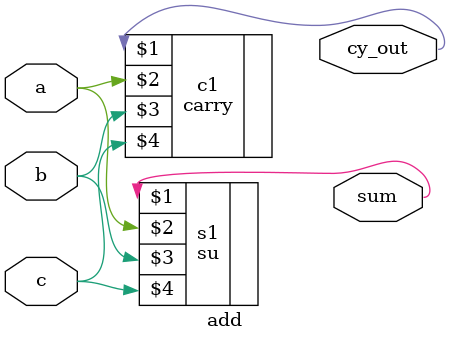
<source format=v>
`include "sum.v"
`include "carry.v"
module add(cy_out,sum, a,b,c);
input a,b,c;
output cy_out, sum;
su s1(sum,a,b,c);
carry c1(cy_out, a,b,c);
endmodule

</source>
